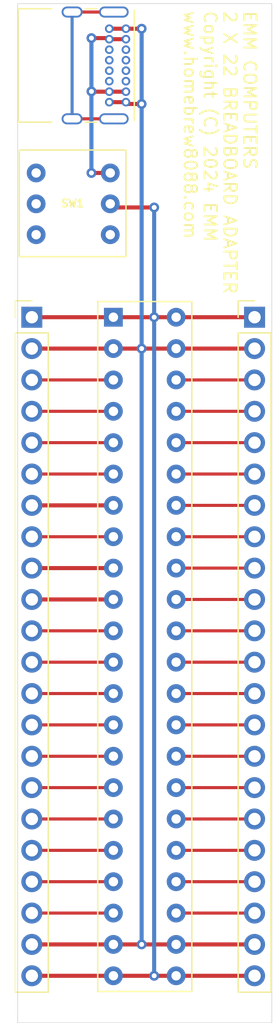
<source format=kicad_pcb>
(kicad_pcb (version 20171130) (host pcbnew "(5.1.8)-1")

  (general
    (thickness 1.6)
    (drawings 9)
    (tracks 85)
    (zones 0)
    (modules 5)
    (nets 53)
  )

  (page A4)
  (layers
    (0 F.Cu signal)
    (31 B.Cu signal)
    (32 B.Adhes user)
    (33 F.Adhes user)
    (34 B.Paste user)
    (35 F.Paste user)
    (36 B.SilkS user)
    (37 F.SilkS user)
    (38 B.Mask user)
    (39 F.Mask user)
    (40 Dwgs.User user)
    (41 Cmts.User user)
    (42 Eco1.User user)
    (43 Eco2.User user)
    (44 Edge.Cuts user)
    (45 Margin user)
    (46 B.CrtYd user)
    (47 F.CrtYd user)
    (48 B.Fab user)
    (49 F.Fab user)
  )

  (setup
    (last_trace_width 0.25)
    (trace_clearance 0.2)
    (zone_clearance 0.508)
    (zone_45_only no)
    (trace_min 0.2)
    (via_size 0.8)
    (via_drill 0.4)
    (via_min_size 0.4)
    (via_min_drill 0.3)
    (uvia_size 0.3)
    (uvia_drill 0.1)
    (uvias_allowed no)
    (uvia_min_size 0.2)
    (uvia_min_drill 0.1)
    (edge_width 0.05)
    (segment_width 0.2)
    (pcb_text_width 0.3)
    (pcb_text_size 1.5 1.5)
    (mod_edge_width 0.12)
    (mod_text_size 1 1)
    (mod_text_width 0.15)
    (pad_size 1.524 1.524)
    (pad_drill 0.762)
    (pad_to_mask_clearance 0)
    (aux_axis_origin 0 0)
    (visible_elements 7FFFFFFF)
    (pcbplotparams
      (layerselection 0x010fc_ffffffff)
      (usegerberextensions false)
      (usegerberattributes false)
      (usegerberadvancedattributes true)
      (creategerberjobfile true)
      (excludeedgelayer true)
      (linewidth 0.100000)
      (plotframeref false)
      (viasonmask false)
      (mode 1)
      (useauxorigin false)
      (hpglpennumber 1)
      (hpglpenspeed 20)
      (hpglpendiameter 15.000000)
      (psnegative false)
      (psa4output false)
      (plotreference true)
      (plotvalue true)
      (plotinvisibletext false)
      (padsonsilk false)
      (subtractmaskfromsilk false)
      (outputformat 1)
      (mirror false)
      (drillshape 0)
      (scaleselection 1)
      (outputdirectory "Gerber/"))
  )

  (net 0 "")
  (net 1 /GND)
  (net 2 "Net-(J2-PadS1)")
  (net 3 "Net-(J2-PadB6)")
  (net 4 /POWER_SUPPLY)
  (net 5 "Net-(J2-PadB5)")
  (net 6 "Net-(J2-PadB8)")
  (net 7 "Net-(J2-PadB7)")
  (net 8 "Net-(J2-PadA8)")
  (net 9 "Net-(J2-PadA7)")
  (net 10 "Net-(J2-PadA6)")
  (net 11 "Net-(J2-PadA5)")
  (net 12 /A0)
  (net 13 /A1)
  (net 14 /A2)
  (net 15 /A3)
  (net 16 /A4)
  (net 17 /A5)
  (net 18 /A6)
  (net 19 /A7)
  (net 20 /D0)
  (net 21 /D1)
  (net 22 /D2)
  (net 23 /D3)
  (net 24 /D4)
  (net 25 /D5)
  (net 26 /D6)
  (net 27 /D7)
  (net 28 /5+)
  (net 29 /IORD)
  (net 30 /IOWR)
  (net 31 "Net-(SW1-Pad6)")
  (net 32 "Net-(SW1-Pad5)")
  (net 33 "Net-(SW1-Pad4)")
  (net 34 "Net-(SW1-Pad1)")
  (net 35 /D0_)
  (net 36 /D1_)
  (net 37 /D2_)
  (net 38 /D3_)
  (net 39 /D5_)
  (net 40 /D6_)
  (net 41 /D7_)
  (net 42 /A0_)
  (net 43 /A1_)
  (net 44 /A2_)
  (net 45 /A3_)
  (net 46 /D4_)
  (net 47 /IORD_)
  (net 48 /IOWR_)
  (net 49 /A7_)
  (net 50 /A6_)
  (net 51 /A5_)
  (net 52 /A4_)

  (net_class Default "This is the default net class."
    (clearance 0.2)
    (trace_width 0.25)
    (via_dia 0.8)
    (via_drill 0.4)
    (uvia_dia 0.3)
    (uvia_drill 0.1)
    (add_net /5+)
    (add_net /A0)
    (add_net /A0_)
    (add_net /A1)
    (add_net /A1_)
    (add_net /A2)
    (add_net /A2_)
    (add_net /A3)
    (add_net /A3_)
    (add_net /A4)
    (add_net /A4_)
    (add_net /A5)
    (add_net /A5_)
    (add_net /A6)
    (add_net /A6_)
    (add_net /A7)
    (add_net /A7_)
    (add_net /D0)
    (add_net /D0_)
    (add_net /D1)
    (add_net /D1_)
    (add_net /D2)
    (add_net /D2_)
    (add_net /D3)
    (add_net /D3_)
    (add_net /D4)
    (add_net /D4_)
    (add_net /D5)
    (add_net /D5_)
    (add_net /D6)
    (add_net /D6_)
    (add_net /D7)
    (add_net /D7_)
    (add_net /GND)
    (add_net /IORD)
    (add_net /IORD_)
    (add_net /IOWR)
    (add_net /IOWR_)
    (add_net /POWER_SUPPLY)
    (add_net "Net-(J2-PadA5)")
    (add_net "Net-(J2-PadA6)")
    (add_net "Net-(J2-PadA7)")
    (add_net "Net-(J2-PadA8)")
    (add_net "Net-(J2-PadB5)")
    (add_net "Net-(J2-PadB6)")
    (add_net "Net-(J2-PadB7)")
    (add_net "Net-(J2-PadB8)")
    (add_net "Net-(J2-PadS1)")
    (add_net "Net-(SW1-Pad1)")
    (add_net "Net-(SW1-Pad4)")
    (add_net "Net-(SW1-Pad5)")
    (add_net "Net-(SW1-Pad6)")
  )

  (module My:2x22_PIN_EDGE_CARD (layer F.Cu) (tedit 66185B7A) (tstamp 6618BCE9)
    (at 100.33 38.1)
    (path /66187CE2)
    (fp_text reference J1 (at 2.794 -2.032) (layer F.SilkS) hide
      (effects (font (size 1 1) (thickness 0.15)))
    )
    (fp_text value Conn_02x22_Counter_Clockwise (at 2.54 8.89) (layer F.Fab) hide
      (effects (font (size 1 1) (thickness 0.15)))
    )
    (fp_line (start 6.35 -1.27) (end 6.35 54.61) (layer F.SilkS) (width 0.12))
    (fp_line (start -1.27 54.61) (end -1.27 -1.27) (layer F.SilkS) (width 0.12))
    (fp_line (start 6.35 -1.27) (end -1.27 -1.27) (layer F.SilkS) (width 0.12))
    (fp_line (start -1.27 54.61) (end 6.35 54.61) (layer F.SilkS) (width 0.12))
    (pad 44 thru_hole circle (at 5.08 0) (size 1.524 1.524) (drill 0.762) (layers *.Cu *.Mask)
      (net 28 /5+))
    (pad 43 thru_hole circle (at 5.08 2.54) (size 1.524 1.524) (drill 0.762) (layers *.Cu *.Mask)
      (net 1 /GND))
    (pad 42 thru_hole circle (at 5.08 5.08) (size 1.524 1.524) (drill 0.762) (layers *.Cu *.Mask)
      (net 29 /IORD))
    (pad 41 thru_hole circle (at 5.08 7.62) (size 1.524 1.524) (drill 0.762) (layers *.Cu *.Mask)
      (net 30 /IOWR))
    (pad 40 thru_hole circle (at 5.08 10.16) (size 1.524 1.524) (drill 0.762) (layers *.Cu *.Mask)
      (net 19 /A7))
    (pad 39 thru_hole circle (at 5.08 12.7) (size 1.524 1.524) (drill 0.762) (layers *.Cu *.Mask)
      (net 18 /A6))
    (pad 38 thru_hole circle (at 5.08 15.24) (size 1.524 1.524) (drill 0.762) (layers *.Cu *.Mask)
      (net 17 /A5))
    (pad 37 thru_hole circle (at 5.08 17.78) (size 1.524 1.524) (drill 0.762) (layers *.Cu *.Mask)
      (net 16 /A4))
    (pad 36 thru_hole circle (at 5.08 20.32) (size 1.524 1.524) (drill 0.762) (layers *.Cu *.Mask)
      (net 15 /A3))
    (pad 35 thru_hole circle (at 5.08 22.86) (size 1.524 1.524) (drill 0.762) (layers *.Cu *.Mask)
      (net 14 /A2))
    (pad 34 thru_hole circle (at 5.08 25.4) (size 1.524 1.524) (drill 0.762) (layers *.Cu *.Mask)
      (net 13 /A1))
    (pad 33 thru_hole circle (at 5.08 27.94) (size 1.524 1.524) (drill 0.762) (layers *.Cu *.Mask)
      (net 12 /A0))
    (pad 32 thru_hole circle (at 5.08 30.48) (size 1.524 1.524) (drill 0.762) (layers *.Cu *.Mask)
      (net 27 /D7))
    (pad 31 thru_hole circle (at 5.08 33.02) (size 1.524 1.524) (drill 0.762) (layers *.Cu *.Mask)
      (net 26 /D6))
    (pad 30 thru_hole circle (at 5.08 35.56) (size 1.524 1.524) (drill 0.762) (layers *.Cu *.Mask)
      (net 25 /D5))
    (pad 29 thru_hole circle (at 5.08 38.1) (size 1.524 1.524) (drill 0.762) (layers *.Cu *.Mask)
      (net 24 /D4))
    (pad 28 thru_hole circle (at 5.08 40.64) (size 1.524 1.524) (drill 0.762) (layers *.Cu *.Mask)
      (net 23 /D3))
    (pad 27 thru_hole circle (at 5.08 43.18) (size 1.524 1.524) (drill 0.762) (layers *.Cu *.Mask)
      (net 22 /D2))
    (pad 26 thru_hole circle (at 5.08 45.72) (size 1.524 1.524) (drill 0.762) (layers *.Cu *.Mask)
      (net 21 /D1))
    (pad 25 thru_hole circle (at 5.08 48.26) (size 1.524 1.524) (drill 0.762) (layers *.Cu *.Mask)
      (net 20 /D0))
    (pad 24 thru_hole circle (at 5.08 50.8) (size 1.524 1.524) (drill 0.762) (layers *.Cu *.Mask)
      (net 1 /GND))
    (pad 23 thru_hole circle (at 5.08 53.34) (size 1.524 1.524) (drill 0.762) (layers *.Cu *.Mask)
      (net 28 /5+))
    (pad 22 thru_hole circle (at 0 53.34) (size 1.524 1.524) (drill 0.762) (layers *.Cu *.Mask)
      (net 28 /5+))
    (pad 21 thru_hole circle (at 0 50.8) (size 1.524 1.524) (drill 0.762) (layers *.Cu *.Mask)
      (net 1 /GND))
    (pad 20 thru_hole circle (at 0 48.26) (size 1.524 1.524) (drill 0.762) (layers *.Cu *.Mask)
      (net 35 /D0_))
    (pad 19 thru_hole circle (at 0 45.72) (size 1.524 1.524) (drill 0.762) (layers *.Cu *.Mask)
      (net 36 /D1_))
    (pad 18 thru_hole circle (at 0 43.18) (size 1.524 1.524) (drill 0.762) (layers *.Cu *.Mask)
      (net 37 /D2_))
    (pad 17 thru_hole circle (at 0 40.64) (size 1.524 1.524) (drill 0.762) (layers *.Cu *.Mask)
      (net 38 /D3_))
    (pad 15 thru_hole circle (at 0 35.56) (size 1.524 1.524) (drill 0.762) (layers *.Cu *.Mask)
      (net 39 /D5_))
    (pad 14 thru_hole circle (at 0 33.02) (size 1.524 1.524) (drill 0.762) (layers *.Cu *.Mask)
      (net 40 /D6_))
    (pad 13 thru_hole circle (at 0 30.48) (size 1.524 1.524) (drill 0.762) (layers *.Cu *.Mask)
      (net 41 /D7_))
    (pad 12 thru_hole circle (at 0 27.94) (size 1.524 1.524) (drill 0.762) (layers *.Cu *.Mask)
      (net 42 /A0_))
    (pad 11 thru_hole circle (at 0 25.4) (size 1.524 1.524) (drill 0.762) (layers *.Cu *.Mask)
      (net 43 /A1_))
    (pad 10 thru_hole circle (at 0 22.86) (size 1.524 1.524) (drill 0.762) (layers *.Cu *.Mask)
      (net 44 /A2_))
    (pad 9 thru_hole circle (at 0 20.32) (size 1.524 1.524) (drill 0.762) (layers *.Cu *.Mask)
      (net 45 /A3_))
    (pad 16 thru_hole circle (at 0 38.1 180) (size 1.524 1.524) (drill 0.762) (layers *.Cu *.Mask)
      (net 46 /D4_))
    (pad 1 thru_hole rect (at 0 0) (size 1.524 1.524) (drill 0.762) (layers *.Cu *.Mask)
      (net 28 /5+))
    (pad 2 thru_hole circle (at 0 2.54) (size 1.524 1.524) (drill 0.762) (layers *.Cu *.Mask)
      (net 1 /GND))
    (pad 3 thru_hole circle (at 0 5.08) (size 1.524 1.524) (drill 0.762) (layers *.Cu *.Mask)
      (net 47 /IORD_))
    (pad 4 thru_hole circle (at 0 7.62) (size 1.524 1.524) (drill 0.762) (layers *.Cu *.Mask)
      (net 48 /IOWR_))
    (pad 5 thru_hole circle (at 0 10.16) (size 1.524 1.524) (drill 0.762) (layers *.Cu *.Mask)
      (net 49 /A7_))
    (pad 6 thru_hole circle (at 0 12.7) (size 1.524 1.524) (drill 0.762) (layers *.Cu *.Mask)
      (net 50 /A6_))
    (pad 7 thru_hole circle (at 0 15.24) (size 1.524 1.524) (drill 0.762) (layers *.Cu *.Mask)
      (net 51 /A5_))
    (pad 8 thru_hole circle (at 0 17.78 180) (size 1.524 1.524) (drill 0.762) (layers *.Cu *.Mask)
      (net 52 /A4_))
  )

  (module Connector_PinHeader_2.54mm:PinHeader_1x22_P2.54mm_Vertical (layer F.Cu) (tedit 59FED5CC) (tstamp 6618C018)
    (at 111.76 38.1)
    (descr "Through hole straight pin header, 1x22, 2.54mm pitch, single row")
    (tags "Through hole pin header THT 1x22 2.54mm single row")
    (path /636509A5)
    (fp_text reference J4 (at 0 -2.33) (layer F.SilkS) hide
      (effects (font (size 1 1) (thickness 0.15)))
    )
    (fp_text value Conn_01x22 (at 0 55.67) (layer F.Fab) hide
      (effects (font (size 1 1) (thickness 0.15)))
    )
    (fp_text user %R (at 0 26.67 90) (layer F.Fab) hide
      (effects (font (size 1 1) (thickness 0.15)))
    )
    (fp_line (start -0.635 -1.27) (end 1.27 -1.27) (layer F.Fab) (width 0.1))
    (fp_line (start 1.27 -1.27) (end 1.27 54.61) (layer F.Fab) (width 0.1))
    (fp_line (start 1.27 54.61) (end -1.27 54.61) (layer F.Fab) (width 0.1))
    (fp_line (start -1.27 54.61) (end -1.27 -0.635) (layer F.Fab) (width 0.1))
    (fp_line (start -1.27 -0.635) (end -0.635 -1.27) (layer F.Fab) (width 0.1))
    (fp_line (start -1.33 54.67) (end 1.33 54.67) (layer F.SilkS) (width 0.12))
    (fp_line (start -1.33 1.27) (end -1.33 54.67) (layer F.SilkS) (width 0.12))
    (fp_line (start 1.33 1.27) (end 1.33 54.67) (layer F.SilkS) (width 0.12))
    (fp_line (start -1.33 1.27) (end 1.33 1.27) (layer F.SilkS) (width 0.12))
    (fp_line (start -1.33 0) (end -1.33 -1.33) (layer F.SilkS) (width 0.12))
    (fp_line (start -1.33 -1.33) (end 0 -1.33) (layer F.SilkS) (width 0.12))
    (fp_line (start -1.8 -1.8) (end -1.8 55.15) (layer F.CrtYd) (width 0.05))
    (fp_line (start -1.8 55.15) (end 1.8 55.15) (layer F.CrtYd) (width 0.05))
    (fp_line (start 1.8 55.15) (end 1.8 -1.8) (layer F.CrtYd) (width 0.05))
    (fp_line (start 1.8 -1.8) (end -1.8 -1.8) (layer F.CrtYd) (width 0.05))
    (pad 22 thru_hole oval (at 0 53.34) (size 1.7 1.7) (drill 1) (layers *.Cu *.Mask)
      (net 28 /5+))
    (pad 21 thru_hole oval (at 0 50.8) (size 1.7 1.7) (drill 1) (layers *.Cu *.Mask)
      (net 1 /GND))
    (pad 20 thru_hole oval (at 0 48.26) (size 1.7 1.7) (drill 1) (layers *.Cu *.Mask)
      (net 20 /D0))
    (pad 19 thru_hole oval (at 0 45.72) (size 1.7 1.7) (drill 1) (layers *.Cu *.Mask)
      (net 21 /D1))
    (pad 18 thru_hole oval (at 0 43.18) (size 1.7 1.7) (drill 1) (layers *.Cu *.Mask)
      (net 22 /D2))
    (pad 17 thru_hole oval (at 0 40.64) (size 1.7 1.7) (drill 1) (layers *.Cu *.Mask)
      (net 23 /D3))
    (pad 16 thru_hole oval (at 0 38.1) (size 1.7 1.7) (drill 1) (layers *.Cu *.Mask)
      (net 24 /D4))
    (pad 15 thru_hole oval (at 0 35.56) (size 1.7 1.7) (drill 1) (layers *.Cu *.Mask)
      (net 25 /D5))
    (pad 14 thru_hole oval (at 0 33.02) (size 1.7 1.7) (drill 1) (layers *.Cu *.Mask)
      (net 26 /D6))
    (pad 13 thru_hole oval (at 0 30.48) (size 1.7 1.7) (drill 1) (layers *.Cu *.Mask)
      (net 27 /D7))
    (pad 12 thru_hole oval (at 0 27.94) (size 1.7 1.7) (drill 1) (layers *.Cu *.Mask)
      (net 12 /A0))
    (pad 11 thru_hole oval (at 0 25.4) (size 1.7 1.7) (drill 1) (layers *.Cu *.Mask)
      (net 13 /A1))
    (pad 10 thru_hole oval (at 0 22.86) (size 1.7 1.7) (drill 1) (layers *.Cu *.Mask)
      (net 14 /A2))
    (pad 9 thru_hole oval (at 0 20.32) (size 1.7 1.7) (drill 1) (layers *.Cu *.Mask)
      (net 15 /A3))
    (pad 8 thru_hole oval (at 0 17.78) (size 1.7 1.7) (drill 1) (layers *.Cu *.Mask)
      (net 16 /A4))
    (pad 7 thru_hole oval (at 0 15.24) (size 1.7 1.7) (drill 1) (layers *.Cu *.Mask)
      (net 17 /A5))
    (pad 6 thru_hole oval (at 0 12.7) (size 1.7 1.7) (drill 1) (layers *.Cu *.Mask)
      (net 18 /A6))
    (pad 5 thru_hole oval (at 0 10.16) (size 1.7 1.7) (drill 1) (layers *.Cu *.Mask)
      (net 19 /A7))
    (pad 4 thru_hole oval (at 0 7.62) (size 1.7 1.7) (drill 1) (layers *.Cu *.Mask)
      (net 30 /IOWR))
    (pad 3 thru_hole oval (at 0 5.08) (size 1.7 1.7) (drill 1) (layers *.Cu *.Mask)
      (net 29 /IORD))
    (pad 2 thru_hole oval (at 0 2.54) (size 1.7 1.7) (drill 1) (layers *.Cu *.Mask)
      (net 1 /GND))
    (pad 1 thru_hole rect (at 0 0) (size 1.7 1.7) (drill 1) (layers *.Cu *.Mask)
      (net 28 /5+))
    (model ${KISYS3DMOD}/Connector_PinHeader_2.54mm.3dshapes/PinHeader_1x22_P2.54mm_Vertical.wrl
      (at (xyz 0 0 0))
      (scale (xyz 1 1 1))
      (rotate (xyz 0 0 0))
    )
  )

  (module Connector_PinHeader_2.54mm:PinHeader_1x22_P2.54mm_Vertical (layer F.Cu) (tedit 59FED5CC) (tstamp 6618BFEE)
    (at 93.726 38.1)
    (descr "Through hole straight pin header, 1x22, 2.54mm pitch, single row")
    (tags "Through hole pin header THT 1x22 2.54mm single row")
    (path /6364E93A)
    (fp_text reference J3 (at 0 -2.33) (layer F.SilkS) hide
      (effects (font (size 1 1) (thickness 0.15)))
    )
    (fp_text value Conn_01x22 (at 0 55.67) (layer F.Fab) hide
      (effects (font (size 1 1) (thickness 0.15)))
    )
    (fp_text user %R (at 0 26.67 90) (layer F.Fab) hide
      (effects (font (size 1 1) (thickness 0.15)))
    )
    (fp_line (start -0.635 -1.27) (end 1.27 -1.27) (layer F.Fab) (width 0.1))
    (fp_line (start 1.27 -1.27) (end 1.27 54.61) (layer F.Fab) (width 0.1))
    (fp_line (start 1.27 54.61) (end -1.27 54.61) (layer F.Fab) (width 0.1))
    (fp_line (start -1.27 54.61) (end -1.27 -0.635) (layer F.Fab) (width 0.1))
    (fp_line (start -1.27 -0.635) (end -0.635 -1.27) (layer F.Fab) (width 0.1))
    (fp_line (start -1.33 54.67) (end 1.33 54.67) (layer F.SilkS) (width 0.12))
    (fp_line (start -1.33 1.27) (end -1.33 54.67) (layer F.SilkS) (width 0.12))
    (fp_line (start 1.33 1.27) (end 1.33 54.67) (layer F.SilkS) (width 0.12))
    (fp_line (start -1.33 1.27) (end 1.33 1.27) (layer F.SilkS) (width 0.12))
    (fp_line (start -1.33 0) (end -1.33 -1.33) (layer F.SilkS) (width 0.12))
    (fp_line (start -1.33 -1.33) (end 0 -1.33) (layer F.SilkS) (width 0.12))
    (fp_line (start -1.8 -1.8) (end -1.8 55.15) (layer F.CrtYd) (width 0.05))
    (fp_line (start -1.8 55.15) (end 1.8 55.15) (layer F.CrtYd) (width 0.05))
    (fp_line (start 1.8 55.15) (end 1.8 -1.8) (layer F.CrtYd) (width 0.05))
    (fp_line (start 1.8 -1.8) (end -1.8 -1.8) (layer F.CrtYd) (width 0.05))
    (pad 22 thru_hole oval (at 0 53.34) (size 1.7 1.7) (drill 1) (layers *.Cu *.Mask)
      (net 28 /5+))
    (pad 21 thru_hole oval (at 0 50.8) (size 1.7 1.7) (drill 1) (layers *.Cu *.Mask)
      (net 1 /GND))
    (pad 20 thru_hole oval (at 0 48.26) (size 1.7 1.7) (drill 1) (layers *.Cu *.Mask)
      (net 35 /D0_))
    (pad 19 thru_hole oval (at 0 45.72) (size 1.7 1.7) (drill 1) (layers *.Cu *.Mask)
      (net 36 /D1_))
    (pad 18 thru_hole oval (at 0 43.18) (size 1.7 1.7) (drill 1) (layers *.Cu *.Mask)
      (net 37 /D2_))
    (pad 17 thru_hole oval (at 0 40.64) (size 1.7 1.7) (drill 1) (layers *.Cu *.Mask)
      (net 38 /D3_))
    (pad 16 thru_hole oval (at 0 38.1) (size 1.7 1.7) (drill 1) (layers *.Cu *.Mask)
      (net 46 /D4_))
    (pad 15 thru_hole oval (at 0 35.56) (size 1.7 1.7) (drill 1) (layers *.Cu *.Mask)
      (net 39 /D5_))
    (pad 14 thru_hole oval (at 0 33.02) (size 1.7 1.7) (drill 1) (layers *.Cu *.Mask)
      (net 40 /D6_))
    (pad 13 thru_hole oval (at 0 30.48) (size 1.7 1.7) (drill 1) (layers *.Cu *.Mask)
      (net 41 /D7_))
    (pad 12 thru_hole oval (at 0 27.94) (size 1.7 1.7) (drill 1) (layers *.Cu *.Mask)
      (net 42 /A0_))
    (pad 11 thru_hole oval (at 0 25.4) (size 1.7 1.7) (drill 1) (layers *.Cu *.Mask)
      (net 43 /A1_))
    (pad 10 thru_hole oval (at 0 22.86) (size 1.7 1.7) (drill 1) (layers *.Cu *.Mask)
      (net 44 /A2_))
    (pad 9 thru_hole oval (at 0 20.32) (size 1.7 1.7) (drill 1) (layers *.Cu *.Mask)
      (net 45 /A3_))
    (pad 8 thru_hole oval (at 0 17.78) (size 1.7 1.7) (drill 1) (layers *.Cu *.Mask)
      (net 52 /A4_))
    (pad 7 thru_hole oval (at 0 15.24) (size 1.7 1.7) (drill 1) (layers *.Cu *.Mask)
      (net 51 /A5_))
    (pad 6 thru_hole oval (at 0 12.7) (size 1.7 1.7) (drill 1) (layers *.Cu *.Mask)
      (net 50 /A6_))
    (pad 5 thru_hole oval (at 0 10.16) (size 1.7 1.7) (drill 1) (layers *.Cu *.Mask)
      (net 49 /A7_))
    (pad 4 thru_hole oval (at 0 7.62) (size 1.7 1.7) (drill 1) (layers *.Cu *.Mask)
      (net 48 /IOWR_))
    (pad 3 thru_hole oval (at 0 5.08) (size 1.7 1.7) (drill 1) (layers *.Cu *.Mask)
      (net 47 /IORD_))
    (pad 2 thru_hole oval (at 0 2.54) (size 1.7 1.7) (drill 1) (layers *.Cu *.Mask)
      (net 1 /GND))
    (pad 1 thru_hole rect (at 0 0) (size 1.7 1.7) (drill 1) (layers *.Cu *.Mask)
      (net 28 /5+))
    (model ${KISYS3DMOD}/Connector_PinHeader_2.54mm.3dshapes/PinHeader_1x22_P2.54mm_Vertical.wrl
      (at (xyz 0 0 0))
      (scale (xyz 1 1 1))
      (rotate (xyz 0 0 0))
    )
  )

  (module "My:6 PIN DTDP" (layer F.Cu) (tedit 60F1B5FC) (tstamp 6363FBB5)
    (at 100.076 31.416 180)
    (path /6364076E)
    (fp_text reference SW1 (at 3.048 2.54) (layer F.SilkS)
      (effects (font (size 0.6 0.6) (thickness 0.15)))
    )
    (fp_text value SW_Push_DPDT (at 3.302 -2.54) (layer F.Fab)
      (effects (font (size 1 1) (thickness 0.15)))
    )
    (fp_line (start -1.27 -1.778) (end -1.27 6.858) (layer F.SilkS) (width 0.12))
    (fp_line (start 7.366 -1.778) (end 7.366 6.858) (layer F.SilkS) (width 0.12))
    (fp_line (start -1.27 -1.778) (end 7.366 -1.778) (layer F.SilkS) (width 0.12))
    (fp_line (start 7.366 6.858) (end -1.27 6.858) (layer F.SilkS) (width 0.12))
    (pad 6 thru_hole circle (at 6 0 180) (size 1.524 1.524) (drill 0.762) (layers *.Cu *.Mask)
      (net 31 "Net-(SW1-Pad6)"))
    (pad 5 thru_hole circle (at 6 2.5 180) (size 1.524 1.524) (drill 0.762) (layers *.Cu *.Mask)
      (net 32 "Net-(SW1-Pad5)"))
    (pad 4 thru_hole circle (at 6 5 180) (size 1.524 1.524) (drill 0.762) (layers *.Cu *.Mask)
      (net 33 "Net-(SW1-Pad4)"))
    (pad 3 thru_hole circle (at 0 5 180) (size 1.524 1.524) (drill 0.762) (layers *.Cu *.Mask)
      (net 4 /POWER_SUPPLY))
    (pad 2 thru_hole circle (at 0 2.5 180) (size 1.524 1.524) (drill 0.762) (layers *.Cu *.Mask)
      (net 28 /5+))
    (pad 1 thru_hole circle (at 0 0 180) (size 1.524 1.524) (drill 0.762) (layers *.Cu *.Mask)
      (net 34 "Net-(SW1-Pad1)"))
  )

  (module Connector_USB:USB_C_Receptacle_GCT_USB4085 (layer F.Cu) (tedit 5BCCCD93) (tstamp 6363FB2E)
    (at 101.346 14.732 270)
    (descr "USB 2.0 Type C Receptacle, https://gct.co/Files/Drawings/USB4085.pdf")
    (tags "USB Type-C Receptacle Through-hole Right angle")
    (path /6363F9C3)
    (fp_text reference J2 (at 2.975 -1.8 90) (layer F.SilkS) hide
      (effects (font (size 1 1) (thickness 0.15)))
    )
    (fp_text value USB_C_Receptacle_USB2.0 (at 2.975 9.925 90) (layer F.Fab) hide
      (effects (font (size 1 1) (thickness 0.15)))
    )
    (fp_line (start -0.025 6.1) (end 5.975 6.1) (layer F.Fab) (width 0.1))
    (fp_line (start 8.25 -1.06) (end 8.25 9.11) (layer F.CrtYd) (width 0.05))
    (fp_line (start -2.3 -1.06) (end 8.25 -1.06) (layer F.CrtYd) (width 0.05))
    (fp_line (start -2.3 9.11) (end 8.25 9.11) (layer F.CrtYd) (width 0.05))
    (fp_line (start -2.3 -1.06) (end -2.3 9.11) (layer F.CrtYd) (width 0.05))
    (fp_line (start -1.62 2.4) (end -1.62 3.3) (layer F.SilkS) (width 0.12))
    (fp_line (start 7.57 2.4) (end 7.57 3.3) (layer F.SilkS) (width 0.12))
    (fp_line (start -1.62 6) (end -1.62 8.73) (layer F.SilkS) (width 0.12))
    (fp_line (start 7.57 6) (end 7.57 8.73) (layer F.SilkS) (width 0.12))
    (fp_line (start 7.45 -0.56) (end 7.45 8.61) (layer F.Fab) (width 0.1))
    (fp_line (start -1.5 -0.56) (end -1.5 8.61) (layer F.Fab) (width 0.1))
    (fp_line (start -1.5 -0.68) (end 7.45 -0.68) (layer F.SilkS) (width 0.12))
    (fp_line (start -1.62 8.73) (end 7.57 8.73) (layer F.SilkS) (width 0.12))
    (fp_line (start -1.5 8.61) (end 7.45 8.61) (layer F.Fab) (width 0.1))
    (fp_line (start -1.5 -0.56) (end 7.45 -0.56) (layer F.Fab) (width 0.1))
    (fp_text user %R (at 2.975 4.025 90) (layer F.Fab) hide
      (effects (font (size 1 1) (thickness 0.15)))
    )
    (fp_text user "PCB Edge" (at 2.975 6.1 90) (layer Dwgs.User) hide
      (effects (font (size 0.5 0.5) (thickness 0.1)))
    )
    (pad S1 thru_hole oval (at 7.3 4.36 270) (size 0.9 1.7) (drill oval 0.6 1.4) (layers *.Cu *.Mask)
      (net 2 "Net-(J2-PadS1)"))
    (pad S1 thru_hole oval (at -1.35 4.36 270) (size 0.9 1.7) (drill oval 0.6 1.4) (layers *.Cu *.Mask)
      (net 2 "Net-(J2-PadS1)"))
    (pad S1 thru_hole oval (at 7.3 0.98 270) (size 0.9 2.4) (drill oval 0.6 2.1) (layers *.Cu *.Mask)
      (net 2 "Net-(J2-PadS1)"))
    (pad S1 thru_hole oval (at -1.35 0.98 270) (size 0.9 2.4) (drill oval 0.6 2.1) (layers *.Cu *.Mask)
      (net 2 "Net-(J2-PadS1)"))
    (pad B6 thru_hole circle (at 3.4 1.35 270) (size 0.7 0.7) (drill 0.4) (layers *.Cu *.Mask)
      (net 3 "Net-(J2-PadB6)"))
    (pad B1 thru_hole circle (at 5.95 1.35 270) (size 0.7 0.7) (drill 0.4) (layers *.Cu *.Mask)
      (net 1 /GND))
    (pad B4 thru_hole circle (at 5.1 1.35 270) (size 0.7 0.7) (drill 0.4) (layers *.Cu *.Mask)
      (net 4 /POWER_SUPPLY))
    (pad B5 thru_hole circle (at 4.25 1.35 270) (size 0.7 0.7) (drill 0.4) (layers *.Cu *.Mask)
      (net 5 "Net-(J2-PadB5)"))
    (pad B12 thru_hole circle (at 0 1.35 270) (size 0.7 0.7) (drill 0.4) (layers *.Cu *.Mask)
      (net 1 /GND))
    (pad B8 thru_hole circle (at 1.7 1.35 270) (size 0.7 0.7) (drill 0.4) (layers *.Cu *.Mask)
      (net 6 "Net-(J2-PadB8)"))
    (pad B7 thru_hole circle (at 2.55 1.35 270) (size 0.7 0.7) (drill 0.4) (layers *.Cu *.Mask)
      (net 7 "Net-(J2-PadB7)"))
    (pad B9 thru_hole circle (at 0.85 1.35 270) (size 0.7 0.7) (drill 0.4) (layers *.Cu *.Mask)
      (net 4 /POWER_SUPPLY))
    (pad A12 thru_hole circle (at 5.95 0 270) (size 0.7 0.7) (drill 0.4) (layers *.Cu *.Mask)
      (net 1 /GND))
    (pad A9 thru_hole circle (at 5.1 0 270) (size 0.7 0.7) (drill 0.4) (layers *.Cu *.Mask)
      (net 4 /POWER_SUPPLY))
    (pad A8 thru_hole circle (at 4.25 0 270) (size 0.7 0.7) (drill 0.4) (layers *.Cu *.Mask)
      (net 8 "Net-(J2-PadA8)"))
    (pad A7 thru_hole circle (at 3.4 0 270) (size 0.7 0.7) (drill 0.4) (layers *.Cu *.Mask)
      (net 9 "Net-(J2-PadA7)"))
    (pad A6 thru_hole circle (at 2.55 0 270) (size 0.7 0.7) (drill 0.4) (layers *.Cu *.Mask)
      (net 10 "Net-(J2-PadA6)"))
    (pad A5 thru_hole circle (at 1.7 0 270) (size 0.7 0.7) (drill 0.4) (layers *.Cu *.Mask)
      (net 11 "Net-(J2-PadA5)"))
    (pad A4 thru_hole circle (at 0.85 0 270) (size 0.7 0.7) (drill 0.4) (layers *.Cu *.Mask)
      (net 4 /POWER_SUPPLY))
    (pad A1 thru_hole circle (at 0 0 270) (size 0.7 0.7) (drill 0.4) (layers *.Cu *.Mask)
      (net 1 /GND))
    (model ${KISYS3DMOD}/Connector_USB.3dshapes/USB_C_Receptacle_GCT_USB4085.wrl
      (at (xyz 0 0 0))
      (scale (xyz 1 1 1))
      (rotate (xyz 0 0 0))
    )
  )

  (gr_line (start 92.583 38.1) (end 92.583 95.25) (layer Edge.Cuts) (width 0.05) (tstamp 6618C3D6))
  (gr_line (start 113.157 95.25) (end 113.157 38.1) (layer Edge.Cuts) (width 0.05) (tstamp 6618C3D5))
  (gr_line (start 92.71 95.25) (end 92.583 95.25) (layer Edge.Cuts) (width 0.05))
  (gr_line (start 113.03 95.25) (end 113.157 95.25) (layer Edge.Cuts) (width 0.05))
  (gr_line (start 92.71 95.25) (end 113.03 95.25) (layer Edge.Cuts) (width 0.05))
  (gr_text "EMM COMPUTERS\n2 X 22 BREADBOARD ADAPTER\nCopyright (C) 2024 EMM\nwww.homebrew8088.com" (at 108.966 13.208 270) (layer F.SilkS) (tstamp 63640166)
    (effects (font (size 1 1) (thickness 0.15)) (justify left))
  )
  (gr_line (start 92.583 12.7) (end 113.157 12.7) (layer Edge.Cuts) (width 0.05) (tstamp 636429AE))
  (gr_line (start 92.583 38.1) (end 92.583 12.7) (layer Edge.Cuts) (width 0.05) (tstamp 636429A4))
  (gr_line (start 113.157 38.1) (end 113.157 12.7) (layer Edge.Cuts) (width 0.05))

  (via (at 102.616 14.732) (size 0.8) (drill 0.4) (layers F.Cu B.Cu) (net 1))
  (segment (start 102.616 14.732) (end 101.346 14.732) (width 0.3302) (layer F.Cu) (net 1) (status 20))
  (segment (start 101.346 14.732) (end 99.996 14.732) (width 0.3302) (layer F.Cu) (net 1) (status 30))
  (segment (start 102.616 20.828) (end 102.616 14.732) (width 0.3302) (layer B.Cu) (net 1) (tstamp 63643640))
  (via (at 102.616 20.828) (size 0.8) (drill 0.4) (layers F.Cu B.Cu) (net 1))
  (segment (start 101.492 20.828) (end 101.346 20.682) (width 0.3302) (layer F.Cu) (net 1) (status 30))
  (segment (start 102.616 20.828) (end 101.492 20.828) (width 0.3302) (layer F.Cu) (net 1) (status 20))
  (segment (start 101.346 20.682) (end 99.996 20.682) (width 0.3302) (layer F.Cu) (net 1) (status 30))
  (segment (start 99.996 20.682) (end 99.968 20.682) (width 0.3302) (layer F.Cu) (net 1) (status 30))
  (segment (start 100.366 22.032) (end 96.986 22.032) (width 0.25) (layer F.Cu) (net 2) (status 30))
  (segment (start 96.986 13.382) (end 100.366 13.382) (width 0.25) (layer F.Cu) (net 2) (status 30))
  (segment (start 96.986 13.382) (end 96.986 22.032) (width 0.25) (layer B.Cu) (net 2) (status 30))
  (segment (start 99.996 19.832) (end 101.346 19.832) (width 0.3302) (layer F.Cu) (net 4) (status 30))
  (segment (start 99.996 15.582) (end 101.346 15.582) (width 0.3302) (layer F.Cu) (net 4) (status 30))
  (via (at 98.552 26.416) (size 0.8) (drill 0.4) (layers F.Cu B.Cu) (net 4))
  (segment (start 98.552 26.416) (end 100.076 26.416) (width 0.3302) (layer F.Cu) (net 4) (status 20))
  (segment (start 99.996 19.832) (end 98.572 19.832) (width 0.3302) (layer F.Cu) (net 4) (status 10))
  (segment (start 98.552 19.812) (end 98.552 26.416) (width 0.3302) (layer B.Cu) (net 4) (tstamp 636436EB))
  (via (at 98.552 19.812) (size 0.8) (drill 0.4) (layers F.Cu B.Cu) (net 4))
  (segment (start 98.552 19.812) (end 98.552 15.494) (width 0.3302) (layer B.Cu) (net 4))
  (via (at 98.552 15.494) (size 0.8) (drill 0.4) (layers F.Cu B.Cu) (net 4))
  (segment (start 99.908 15.494) (end 98.552 15.494) (width 0.3302) (layer F.Cu) (net 4) (status 10))
  (segment (start 99.996 15.582) (end 99.908 15.494) (width 0.3302) (layer F.Cu) (net 4) (status 30))
  (segment (start 105.41 38.1) (end 111.76 38.1) (width 0.3302) (layer F.Cu) (net 28) (status 30))
  (segment (start 100.036 28.956) (end 100.076 28.916) (width 0.3302) (layer F.Cu) (net 28) (status 30))
  (segment (start 100.33 91.44) (end 93.98 91.44) (width 0.3302) (layer F.Cu) (net 28) (tstamp 636435C4) (status 30))
  (segment (start 93.98 88.9) (end 100.33 88.9) (width 0.3302) (layer F.Cu) (net 1) (tstamp 636435C3) (status 30))
  (segment (start 100.33 86.36) (end 93.98 86.36) (width 0.25) (layer F.Cu) (net 35) (tstamp 636435A9) (status 30))
  (segment (start 93.98 83.82) (end 100.33 83.82) (width 0.25) (layer F.Cu) (net 36) (tstamp 636435AC) (status 30))
  (segment (start 100.33 81.28) (end 93.98 81.28) (width 0.25) (layer F.Cu) (net 37) (tstamp 636435A6) (status 30))
  (segment (start 93.98 78.74) (end 100.33 78.74) (width 0.25) (layer F.Cu) (net 38) (tstamp 636435A5) (status 30))
  (segment (start 100.33 76.2) (end 93.98 76.2) (width 0.25) (layer F.Cu) (net 46) (tstamp 63643594) (status 30))
  (segment (start 93.98 73.66) (end 100.33 73.66) (width 0.25) (layer F.Cu) (net 39) (tstamp 6364358E) (status 30))
  (segment (start 100.33 71.12) (end 93.98 71.12) (width 0.25) (layer F.Cu) (net 40) (tstamp 63643592) (status 30))
  (segment (start 93.98 68.58) (end 100.33 68.58) (width 0.25) (layer F.Cu) (net 41) (tstamp 63643591) (status 30))
  (segment (start 100.33 66.04) (end 93.98 66.04) (width 0.25) (layer F.Cu) (net 42) (tstamp 6364357A) (status 30))
  (segment (start 93.98 63.5) (end 100.33 63.5) (width 0.25) (layer F.Cu) (net 43) (tstamp 63643578) (status 30))
  (segment (start 93.98 58.42) (end 100.33 58.42) (width 0.3302) (layer F.Cu) (net 45) (tstamp 6364357C) (status 30))
  (segment (start 100.33 55.88) (end 93.98 55.88) (width 0.25) (layer F.Cu) (net 52) (tstamp 63643561) (status 30))
  (segment (start 93.98 53.34) (end 100.33 53.34) (width 0.3302) (layer F.Cu) (net 51) (tstamp 63643563) (status 30))
  (segment (start 100.33 50.8) (end 93.98 50.8) (width 0.25) (layer F.Cu) (net 50) (tstamp 63643562) (status 30))
  (segment (start 93.98 48.26) (end 100.33 48.26) (width 0.25) (layer F.Cu) (net 49) (tstamp 63643564) (status 30))
  (segment (start 100.33 45.72) (end 93.98 45.72) (width 0.25) (layer F.Cu) (net 48) (tstamp 6364354F) (status 30))
  (segment (start 100.33 40.64) (end 93.98 40.64) (width 0.3302) (layer F.Cu) (net 1) (tstamp 6364354E) (status 30))
  (segment (start 102.616 20.828) (end 102.616 40.64) (width 0.3302) (layer B.Cu) (net 1))
  (via (at 102.616 88.9) (size 0.8) (drill 0.4) (layers F.Cu B.Cu) (net 1))
  (segment (start 100.33 88.9) (end 102.616 88.9) (width 0.3302) (layer F.Cu) (net 1) (status 10))
  (segment (start 102.616 88.9) (end 105.41 88.9) (width 0.3302) (layer F.Cu) (net 1) (status 20))
  (segment (start 105.41 88.9) (end 111.76 88.9) (width 0.3302) (layer F.Cu) (net 1) (status 30))
  (segment (start 105.41 86.36) (end 111.76 86.36) (width 0.25) (layer F.Cu) (net 20) (status 30))
  (segment (start 105.41 78.74) (end 111.76 78.74) (width 0.25) (layer F.Cu) (net 23) (tstamp 6618C3E6) (status 30))
  (segment (start 105.41 83.82) (end 111.76 83.82) (width 0.25) (layer F.Cu) (net 21) (status 30))
  (segment (start 105.41 76.2) (end 111.76 76.2) (width 0.25) (layer F.Cu) (net 24) (tstamp 6618C3E5) (status 30))
  (segment (start 105.41 81.28) (end 111.76 81.28) (width 0.25) (layer F.Cu) (net 22) (status 30))
  (segment (start 105.41 71.12) (end 111.76 71.12) (width 0.25) (layer F.Cu) (net 26) (tstamp 6618C3EE) (status 30))
  (segment (start 105.41 68.58) (end 111.76 68.58) (width 0.25) (layer F.Cu) (net 27) (tstamp 6618C3EF) (status 30))
  (segment (start 105.41 73.66) (end 111.76 73.66) (width 0.25) (layer F.Cu) (net 25) (tstamp 6618C3E4) (status 30))
  (segment (start 105.41 66.04) (end 111.76 66.04) (width 0.25) (layer F.Cu) (net 12) (tstamp 6618C3ED) (status 30))
  (segment (start 105.41 58.42) (end 111.76 58.42) (width 0.25) (layer F.Cu) (net 15) (tstamp 6618C3F7) (status 30))
  (segment (start 105.41 63.5) (end 111.76 63.5) (width 0.25) (layer F.Cu) (net 13) (tstamp 6618C3F6) (status 30))
  (segment (start 105.41 55.88) (end 111.76 55.88) (width 0.25) (layer F.Cu) (net 16) (tstamp 6618C403) (status 30))
  (segment (start 105.41 60.96) (end 111.76 60.96) (width 0.25) (layer F.Cu) (net 14) (tstamp 6618C3F8) (status 30))
  (segment (start 105.41 48.26) (end 111.76 48.26) (width 0.25) (layer F.Cu) (net 19) (tstamp 6618C40C) (status 30))
  (segment (start 105.41 53.34) (end 111.76 53.34) (width 0.25) (layer F.Cu) (net 17) (tstamp 6618C404) (status 30))
  (segment (start 105.41 45.72) (end 111.76 45.72) (width 0.25) (layer F.Cu) (net 30) (tstamp 6618C40D) (status 30))
  (segment (start 105.41 50.8) (end 111.76 50.8) (width 0.25) (layer F.Cu) (net 18) (tstamp 6618C402) (status 30))
  (segment (start 105.41 40.64) (end 111.76 40.64) (width 0.3302) (layer F.Cu) (net 1) (tstamp 6618C415) (status 30))
  (segment (start 100.33 40.64) (end 105.41 40.64) (width 0.3302) (layer F.Cu) (net 1) (status 30))
  (segment (start 102.616 40.64) (end 102.616 88.9) (width 0.3302) (layer B.Cu) (net 1) (tstamp 6618C497))
  (via (at 102.616 40.64) (size 0.8) (drill 0.4) (layers F.Cu B.Cu) (net 1))
  (segment (start 105.41 43.18) (end 111.76 43.18) (width 0.25) (layer F.Cu) (net 29) (tstamp 6618C40B) (status 30))
  (segment (start 105.41 91.44) (end 111.76 91.44) (width 0.3302) (layer F.Cu) (net 28) (status 30))
  (segment (start 100.33 91.44) (end 105.41 91.44) (width 0.3302) (layer F.Cu) (net 28) (status 30))
  (segment (start 93.98 43.18) (end 100.33 43.18) (width 0.25) (layer F.Cu) (net 47) (tstamp 6618C416) (status 30))
  (segment (start 100.33 38.1) (end 105.41 38.1) (width 0.3302) (layer F.Cu) (net 28) (status 30))
  (segment (start 100.33 38.1) (end 93.726 38.1) (width 0.3302) (layer F.Cu) (net 28) (status 30))
  (segment (start 100.33 29.21) (end 103.632 29.21) (width 0.3302) (layer F.Cu) (net 28) (status 10))
  (segment (start 100.076 28.956) (end 100.33 29.21) (width 0.3302) (layer F.Cu) (net 28) (status 30))
  (segment (start 100.076 28.916) (end 100.076 28.956) (width 0.3302) (layer F.Cu) (net 28) (status 30))
  (via (at 103.632 29.21) (size 0.8) (drill 0.4) (layers F.Cu B.Cu) (net 28))
  (segment (start 103.632 29.21) (end 103.632 38.1) (width 0.3302) (layer B.Cu) (net 28))
  (segment (start 103.632 38.1) (end 103.632 91.44) (width 0.3302) (layer B.Cu) (net 28))
  (via (at 103.632 91.44) (size 0.8) (drill 0.4) (layers F.Cu B.Cu) (net 28))
  (via (at 103.632 38.1) (size 0.8) (drill 0.4) (layers F.Cu B.Cu) (net 28))
  (segment (start 93.98 60.96) (end 100.33 60.96) (width 0.3302) (layer F.Cu) (net 44) (tstamp 6618C499) (status 30))

)

</source>
